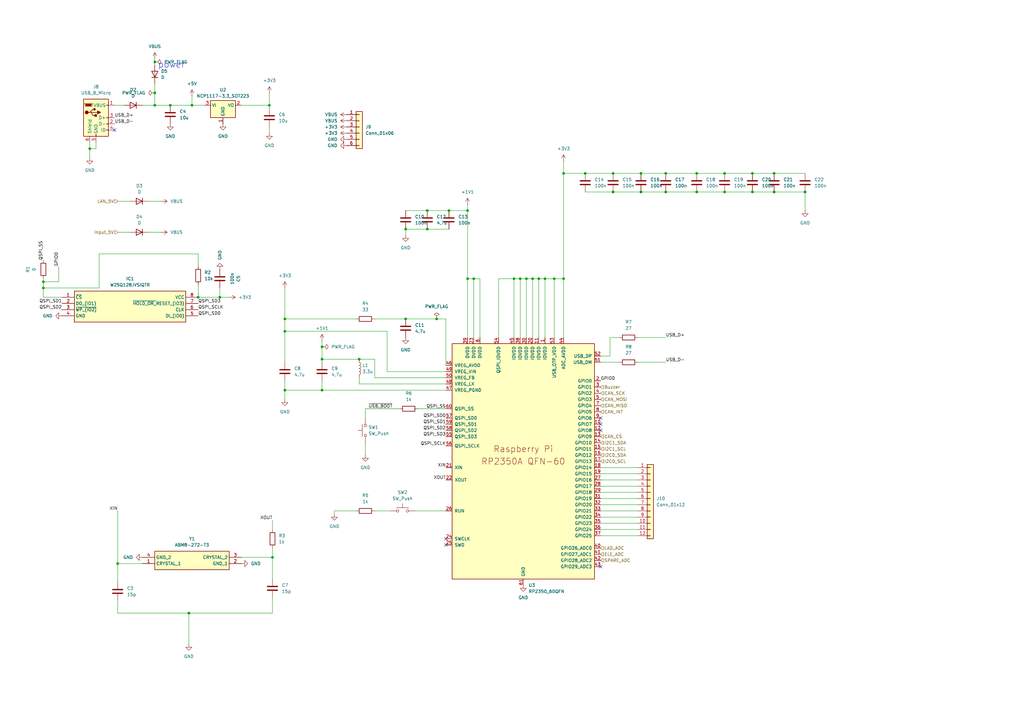
<source format=kicad_sch>
(kicad_sch (version 20250114) (generator "eeschema") (generator_version "9.0")
  (paper "A3")
  (lib_symbols
    (symbol "Connector:USB_B_Micro" (pin_names (offset 1.016))
      (property "Reference" "J" (at -5.08 11.43 0))
      (property "Value" "USB_B_Micro" (at -5.08 8.89 0))
      (symbol "USB_B_Micro_0_1"
        (rectangle (start -5.08 -7.62) (end 5.08 7.62) (stroke (width 0.254)) (fill (type background)))
        (polyline (pts (xy -4.699 5.842) (xy -4.699 5.588) (xy -4.445 4.826) (xy -4.445 4.572) (xy -1.651 4.572) (xy -1.651 4.826) (xy -1.397 5.588) (xy -1.397 5.842) (xy -4.699 5.842)))
        (polyline (pts (xy -4.318 5.588) (xy -1.778 5.588) (xy -2.032 4.826) (xy -4.064 4.826) (xy -4.318 5.588)) (fill (type outline)))
        (circle (center -3.81 2.159) (radius 0.635) (stroke (width 0.254)) (fill (type outline)))
        (polyline (pts (xy -3.175 2.159) (xy -2.54 2.159) (xy -1.27 3.429) (xy -0.635 3.429)) (stroke (width 0.254)))
        (polyline (pts (xy -2.54 2.159) (xy -1.905 2.159) (xy -1.27 0.889) (xy 0 0.889)) (stroke (width 0.254)))
        (polyline (pts (xy -1.905 2.159) (xy 0.635 2.159)) (stroke (width 0.254)))
        (circle (center -0.635 3.429) (radius 0.381) (stroke (width 0.254)) (fill (type outline)))
        (rectangle (start -0.127 -7.62) (end 0.127 -6.858))
        (rectangle (start 0.254 1.27) (end -0.508 0.508) (stroke (width 0.254)) (fill (type outline)))
        (polyline (pts (xy 0.635 2.794) (xy 0.635 1.524) (xy 1.905 2.159) (xy 0.635 2.794)) (stroke (width 0.254)) (fill (type outline)))
        (rectangle (start 5.08 4.953) (end 4.318 5.207))
        (rectangle (start 5.08 -0.127) (end 4.318 0.127))
        (rectangle (start 5.08 -2.667) (end 4.318 -2.413))
        (rectangle (start 5.08 -5.207) (end 4.318 -4.953))
      )
      (symbol "USB_B_Micro_1_1"
        (pin passive line (at -2.54 -10.16 90) (length 2.54) (name "Shield") (number "6"))
        (pin power_out line (at 0 -10.16 90) (length 2.54) (name "GND") (number "5"))
        (pin power_out line (at 7.62 5.08 180) (length 2.54) (name "VBUS") (number "1"))
        (pin bidirectional line (at 7.62 0 180) (length 2.54) (name "D+") (number "3"))
        (pin bidirectional line (at 7.62 -2.54 180) (length 2.54) (name "D-") (number "2"))
        (pin passive line (at 7.62 -5.08 180) (length 2.54) (name "ID") (number "4"))
      )
    )
    (symbol "Connector_Generic:Conn_01x06" (pin_names (offset 1.016) (hide yes))
      (property "Reference" "J" (at 0 7.62 0))
      (property "Value" "Conn_01x06" (at 0 -10.16 0))
      (symbol "Conn_01x06_1_1"
        (rectangle (start -1.27 6.35) (end 1.27 -8.89) (stroke (width 0.254)) (fill (type background)))
        (rectangle (start -1.27 5.207) (end 0 4.953) (stroke (width 0.1524)))
        (rectangle (start -1.27 2.667) (end 0 2.413) (stroke (width 0.1524)))
        (rectangle (start -1.27 0.127) (end 0 -0.127) (stroke (width 0.1524)))
        (rectangle (start -1.27 -2.413) (end 0 -2.667) (stroke (width 0.1524)))
        (rectangle (start -1.27 -4.953) (end 0 -5.207) (stroke (width 0.1524)))
        (rectangle (start -1.27 -7.493) (end 0 -7.747) (stroke (width 0.1524)))
        (pin passive line (at -5.08 5.08 0) (length 3.81) (name "Pin_1") (number "1"))
        (pin passive line (at -5.08 2.54 0) (length 3.81) (name "Pin_2") (number "2"))
        (pin passive line (at -5.08 0 0) (length 3.81) (name "Pin_3") (number "3"))
        (pin passive line (at -5.08 -2.54 0) (length 3.81) (name "Pin_4") (number "4"))
        (pin passive line (at -5.08 -5.08 0) (length 3.81) (name "Pin_5") (number "5"))
        (pin passive line (at -5.08 -7.62 0) (length 3.81) (name "Pin_6") (number "6"))
      )
    )
    (symbol "Connector_Generic:Conn_01x12" (pin_names (offset 1.016) (hide yes))
      (property "Reference" "J" (at 0 15.24 0))
      (property "Value" "Conn_01x12" (at 0 -17.78 0))
      (symbol "Conn_01x12_1_1"
        (rectangle (start -1.27 13.97) (end 1.27 -16.51) (stroke (width 0.254)) (fill (type background)))
        (rectangle (start -1.27 12.827) (end 0 12.573) (stroke (width 0.1524)))
        (rectangle (start -1.27 10.287) (end 0 10.033) (stroke (width 0.1524)))
        (rectangle (start -1.27 7.747) (end 0 7.493) (stroke (width 0.1524)))
        (rectangle (start -1.27 5.207) (end 0 4.953) (stroke (width 0.1524)))
        (rectangle (start -1.27 2.667) (end 0 2.413) (stroke (width 0.1524)))
        (rectangle (start -1.27 0.127) (end 0 -0.127) (stroke (width 0.1524)))
        (rectangle (start -1.27 -2.413) (end 0 -2.667) (stroke (width 0.1524)))
        (rectangle (start -1.27 -4.953) (end 0 -5.207) (stroke (width 0.1524)))
        (rectangle (start -1.27 -7.493) (end 0 -7.747) (stroke (width 0.1524)))
        (rectangle (start -1.27 -10.033) (end 0 -10.287) (stroke (width 0.1524)))
        (rectangle (start -1.27 -12.573) (end 0 -12.827) (stroke (width 0.1524)))
        (rectangle (start -1.27 -15.113) (end 0 -15.367) (stroke (width 0.1524)))
        (pin passive line (at -5.08 12.7 0) (length 3.81) (name "Pin_1") (number "1"))
        (pin passive line (at -5.08 10.16 0) (length 3.81) (name "Pin_2") (number "2"))
        (pin passive line (at -5.08 7.62 0) (length 3.81) (name "Pin_3") (number "3"))
        (pin passive line (at -5.08 5.08 0) (length 3.81) (name "Pin_4") (number "4"))
        (pin passive line (at -5.08 2.54 0) (length 3.81) (name "Pin_5") (number "5"))
        (pin passive line (at -5.08 0 0) (length 3.81) (name "Pin_6") (number "6"))
        (pin passive line (at -5.08 -2.54 0) (length 3.81) (name "Pin_7") (number "7"))
        (pin passive line (at -5.08 -5.08 0) (length 3.81) (name "Pin_8") (number "8"))
        (pin passive line (at -5.08 -7.62 0) (length 3.81) (name "Pin_9") (number "9"))
        (pin passive line (at -5.08 -10.16 0) (length 3.81) (name "Pin_10") (number "10"))
        (pin passive line (at -5.08 -12.7 0) (length 3.81) (name "Pin_11") (number "11"))
        (pin passive line (at -5.08 -15.24 0) (length 3.81) (name "Pin_12") (number "12"))
      )
    )
    (symbol "Device:C" (pin_numbers (hide yes)) (pin_names (offset 0.254))
      (property "Reference" "C" (at 0.635 2.54 0))
      (property "Value" "C" (at 0.635 -2.54 0))
      (symbol "C_0_1"
        (polyline (pts (xy -2.032 0.762) (xy 2.032 0.762)) (stroke (width 0.508)))
        (polyline (pts (xy -2.032 -0.762) (xy 2.032 -0.762)) (stroke (width 0.508)))
      )
      (symbol "C_1_1"
        (pin passive line (at 0 3.81 270) (length 2.794) (name "~") (number "1"))
        (pin passive line (at 0 -3.81 90) (length 2.794) (name "~") (number "2"))
      )
    )
    (symbol "Device:D" (pin_numbers (hide yes)) (pin_names (offset 1.016) (hide yes))
      (property "Reference" "D" (at 0 2.54 0))
      (property "Value" "D" (at 0 -2.54 0))
      (symbol "D_0_1"
        (polyline (pts (xy -1.27 1.27) (xy -1.27 -1.27)) (stroke (width 0.254)))
        (polyline (pts (xy 1.27 1.27) (xy 1.27 -1.27) (xy -1.27 0) (xy 1.27 1.27)) (stroke (width 0.254)))
        (polyline (pts (xy 1.27 0) (xy -1.27 0)))
      )
      (symbol "D_1_1"
        (pin passive line (at -3.81 0 0) (length 2.54) (name "K") (number "1"))
        (pin passive line (at 3.81 0 180) (length 2.54) (name "A") (number "2"))
      )
    )
    (symbol "Device:L" (pin_numbers (hide yes)) (pin_names (offset 1.016) (hide yes))
      (property "Reference" "L" (at -1.27 0 90))
      (property "Value" "L" (at 1.905 0 90))
      (symbol "L_0_1"
        (arc (start 0 2.54) (mid 0.6323 1.905) (end 0 1.27))
        (arc (start 0 1.27) (mid 0.6323 0.635) (end 0 0))
        (arc (start 0 0) (mid 0.6323 -0.635) (end 0 -1.27))
        (arc (start 0 -1.27) (mid 0.6323 -1.905) (end 0 -2.54))
      )
      (symbol "L_1_1"
        (pin passive line (at 0 3.81 270) (length 1.27) (name "1") (number "1"))
        (pin passive line (at 0 -3.81 90) (length 1.27) (name "2") (number "2"))
      )
    )
    (symbol "Device:R" (pin_numbers (hide yes)) (pin_names (offset 0))
      (property "Reference" "R" (at 2.032 0 90))
      (property "Value" "R" (at 0 0 90))
      (symbol "R_0_1"
        (rectangle (start -1.016 -2.54) (end 1.016 2.54) (stroke (width 0.254)))
      )
      (symbol "R_1_1"
        (pin passive line (at 0 3.81 270) (length 1.27) (name "~") (number "1"))
        (pin passive line (at 0 -3.81 90) (length 1.27) (name "~") (number "2"))
      )
    )
    (symbol "MCU_RaspberryPi_RP2350:RP2350_60QFN" (pin_names (offset 1.016))
      (property "Reference" "U" (at -29.21 49.53 0))
      (property "Value" "RP2350_60QFN" (at 24.13 -49.53 0))
      (symbol "RP2350_60QFN_0_0"
        (text "Raspberry Pi" (at 0 5.08 0) (effects (font (size 2.54 2.54))))
      )
      (symbol "RP2350_60QFN_0_1"
        (rectangle (start 29.21 48.26) (end -29.21 -48.26) (stroke (width 0.254)) (fill (type background)))
      )
      (symbol "RP2350_60QFN_1_0"
        (text "RP2350A QFN-60" (at 0 0 0) (effects (font (size 2.54 2.54))))
      )
      (symbol "RP2350_60QFN_1_1"
        (pin power_in line (at -31.75 39.37 0) (length 2.54) (name "VREG_AVDD") (number "46"))
        (pin power_in line (at -31.75 36.83 0) (length 2.54) (name "VREG_VIN") (number "49"))
        (pin input line (at -31.75 34.29 0) (length 2.54) (name "VREG_FB") (number "50"))
        (pin power_out line (at -31.75 31.75 0) (length 2.54) (name "VREG_LX") (number "48"))
        (pin power_in line (at -31.75 29.21 0) (length 2.54) (name "VREG_PGND") (number "47"))
        (pin bidirectional line (at -31.75 21.59 0) (length 2.54) (name "QSPI_SS") (number "60"))
        (pin bidirectional line (at -31.75 17.78 0) (length 2.54) (name "QSPI_SD0") (number "57"))
        (pin bidirectional line (at -31.75 15.24 0) (length 2.54) (name "QSPI_SD1") (number "59"))
        (pin bidirectional line (at -31.75 12.7 0) (length 2.54) (name "QSPI_SD2") (number "58"))
        (pin bidirectional line (at -31.75 10.16 0) (length 2.54) (name "QSPI_SD3") (number "55"))
        (pin output line (at -31.75 6.35 0) (length 2.54) (name "QSPI_SCLK") (number "56"))
        (pin input line (at -31.75 -2.54 0) (length 2.54) (name "XIN") (number "21"))
        (pin passive line (at -31.75 -7.62 0) (length 2.54) (name "XOUT") (number "22"))
        (pin input line (at -31.75 -20.32 0) (length 2.54) (name "RUN") (number "26"))
        (pin output line (at -31.75 -31.75 0) (length 2.54) (name "SWCLK") (number "24"))
        (pin bidirectional line (at -31.75 -34.29 0) (length 2.54) (name "SWD") (number "25"))
        (pin power_in line (at -22.86 50.8 270) (length 2.54) (name "DVDD") (number "39"))
        (pin power_in line (at -20.32 50.8 270) (length 2.54) (name "DVDD") (number "23"))
        (pin power_in line (at -17.78 50.8 270) (length 2.54) (name "DVDD") (number "6"))
        (pin power_in line (at -10.16 50.8 270) (length 2.54) (name "QSPI_IOVDD") (number "54"))
        (pin power_in line (at -3.81 50.8 270) (length 2.54) (name "IOVDD") (number "45"))
        (pin power_in line (at -1.27 50.8 270) (length 2.54) (name "IOVDD") (number "38"))
        (pin power_in line (at 0 -50.8 90) (length 2.54) (name "GND") (number "61"))
        (pin power_in line (at 1.27 50.8 270) (length 2.54) (name "IOVDD") (number "30"))
        (pin power_in line (at 3.81 50.8 270) (length 2.54) (name "IOVDD") (number "20"))
        (pin power_in line (at 6.35 50.8 270) (length 2.54) (name "IOVDD") (number "11"))
        (pin power_in line (at 8.89 50.8 270) (length 2.54) (name "IOVDD") (number "1"))
        (pin power_in line (at 12.7 50.8 270) (length 2.54) (name "USB_OTP_VDD") (number "53"))
        (pin power_in line (at 16.51 50.8 270) (length 2.54) (name "ADC_AVDD") (number "44"))
        (pin bidirectional line (at 31.75 43.18 180) (length 2.54) (name "USB_DP") (number "52"))
        (pin bidirectional line (at 31.75 40.64 180) (length 2.54) (name "USB_DM") (number "51"))
        (pin bidirectional line (at 31.75 33.02 180) (length 2.54) (name "GPIO0") (number "2"))
        (pin bidirectional line (at 31.75 30.48 180) (length 2.54) (name "GPIO1") (number "3"))
        (pin bidirectional line (at 31.75 27.94 180) (length 2.54) (name "GPIO2") (number "4"))
        (pin bidirectional line (at 31.75 25.4 180) (length 2.54) (name "GPIO3") (number "5"))
        (pin bidirectional line (at 31.75 22.86 180) (length 2.54) (name "GPIO4") (number "7"))
        (pin bidirectional line (at 31.75 20.32 180) (length 2.54) (name "GPIO5") (number "8"))
        (pin bidirectional line (at 31.75 17.78 180) (length 2.54) (name "GPIO6") (number "9"))
        (pin bidirectional line (at 31.75 15.24 180) (length 2.54) (name "GPIO7") (number "10"))
        (pin bidirectional line (at 31.75 12.7 180) (length 2.54) (name "GPIO8") (number "12"))
        (pin bidirectional line (at 31.75 10.16 180) (length 2.54) (name "GPIO9") (number "13"))
        (pin bidirectional line (at 31.75 7.62 180) (length 2.54) (name "GPIO10") (number "14"))
        (pin bidirectional line (at 31.75 5.08 180) (length 2.54) (name "GPIO11") (number "15"))
        (pin bidirectional line (at 31.75 2.54 180) (length 2.54) (name "GPIO12") (number "16"))
        (pin bidirectional line (at 31.75 0 180) (length 2.54) (name "GPIO13") (number "17"))
        (pin bidirectional line (at 31.75 -2.54 180) (length 2.54) (name "GPIO14") (number "18"))
        (pin bidirectional line (at 31.75 -5.08 180) (length 2.54) (name "GPIO15") (number "19"))
        (pin bidirectional line (at 31.75 -7.62 180) (length 2.54) (name "GPIO16") (number "27"))
        (pin bidirectional line (at 31.75 -10.16 180) (length 2.54) (name "GPIO17") (number "28"))
        (pin bidirectional line (at 31.75 -12.7 180) (length 2.54) (name "GPIO18") (number "29"))
        (pin bidirectional line (at 31.75 -15.24 180) (length 2.54) (name "GPIO19") (number "31"))
        (pin bidirectional line (at 31.75 -17.78 180) (length 2.54) (name "GPIO20") (number "32"))
        (pin bidirectional line (at 31.75 -20.32 180) (length 2.54) (name "GPIO21") (number "33"))
        (pin bidirectional line (at 31.75 -22.86 180) (length 2.54) (name "GPIO22") (number "34"))
        (pin bidirectional line (at 31.75 -25.4 180) (length 2.54) (name "GPIO23") (number "35"))
        (pin bidirectional line (at 31.75 -27.94 180) (length 2.54) (name "GPIO24") (number "36"))
        (pin bidirectional line (at 31.75 -30.48 180) (length 2.54) (name "GPIO25") (number "37"))
        (pin bidirectional line (at 31.75 -35.56 180) (length 2.54) (name "GPIO26_ADC0") (number "40"))
        (pin bidirectional line (at 31.75 -38.1 180) (length 2.54) (name "GPIO27_ADC1") (number "41"))
        (pin bidirectional line (at 31.75 -40.64 180) (length 2.54) (name "GPIO28_ADC2") (number "42"))
        (pin bidirectional line (at 31.75 -43.18 180) (length 2.54) (name "GPIO29_ADC3") (number "43"))
      )
    )
    (symbol "Regulator_Linear:NCP1117-3.3_SOT223"
      (property "Reference" "U" (at -3.81 3.175 0))
      (property "Value" "NCP1117-3.3_SOT223" (at 0 3.175 0))
      (symbol "NCP1117-3.3_SOT223_0_1"
        (rectangle (start -5.08 -5.08) (end 5.08 1.905) (stroke (width 0.254)) (fill (type background)))
      )
      (symbol "NCP1117-3.3_SOT223_1_1"
        (pin power_in line (at -7.62 0 0) (length 2.54) (name "VI") (number "3"))
        (pin power_in line (at 0 -7.62 90) (length 2.54) (name "GND") (number "1"))
        (pin power_out line (at 7.62 0 180) (length 2.54) (name "VO") (number "2"))
      )
    )
    (symbol "SamacSys_Parts:ABM8-272-T3"
      (property "Reference" "Y" (at 36.83 7.62 0))
      (property "Value" "ABM8-272-T3" (at 36.83 5.08 0))
      (symbol "ABM8-272-T3_1_1"
        (rectangle (start 5.08 2.54) (end 35.56 -5.08) (stroke (width 0.254)) (fill (type background)))
        (pin passive line (at 0 0 0) (length 5.08) (name "GND_2") (number "4"))
        (pin passive line (at 0 -2.54 0) (length 5.08) (name "CRYSTAL_1") (number "1"))
        (pin passive line (at 40.64 0 180) (length 5.08) (name "CRYSTAL_2") (number "3"))
        (pin passive line (at 40.64 -2.54 180) (length 5.08) (name "GND_1") (number "2"))
      )
    )
    (symbol "Switch:SW_Push" (pin_numbers (hide yes)) (pin_names (offset 1.016) (hide yes))
      (property "Reference" "SW" (at 1.27 2.54 0))
      (property "Value" "SW_Push" (at 0 -1.524 0))
      (symbol "SW_Push_0_1"
        (circle (center -2.032 0) (radius 0.508))
        (polyline (pts (xy 0 1.27) (xy 0 3.048)))
        (circle (center 2.032 0) (radius 0.508))
        (polyline (pts (xy 2.54 1.27) (xy -2.54 1.27)))
        (pin passive line (at -5.08 0 0) (length 2.54) (name "1") (number "1"))
        (pin passive line (at 5.08 0 180) (length 2.54) (name "2") (number "2"))
      )
    )
    (symbol "W25Q128JVSIQTR:W25Q128JVSIQTR"
      (property "Reference" "IC" (at 52.07 7.62 0))
      (property "Value" "W25Q128JVSIQTR" (at 52.07 5.08 0))
      (symbol "W25Q128JVSIQTR_1_1"
        (rectangle (start 5.08 2.54) (end 50.8 -10.16) (stroke (width 0.254)) (fill (type background)))
        (pin passive line (at 0 0 0) (length 5.08) (name "~{CS}") (number "1"))
        (pin passive line (at 0 -2.54 0) (length 5.08) (name "DO_(IO1)") (number "2"))
        (pin passive line (at 0 -5.08 0) (length 5.08) (name "~{WP_(IO2)}") (number "3"))
        (pin passive line (at 0 -7.62 0) (length 5.08) (name "GND") (number "4"))
        (pin passive line (at 55.88 0 180) (length 5.08) (name "VCC") (number "8"))
        (pin passive line (at 55.88 -2.54 180) (length 5.08) (name "~{HOLD_OR_}RESET_(IO3)") (number "7"))
        (pin passive line (at 55.88 -5.08 180) (length 5.08) (name "CLK") (number "6"))
        (pin passive line (at 55.88 -7.62 180) (length 5.08) (name "DI_(IO0)") (number "5"))
      )
    )
    (symbol "power:+1V1" (power) (pin_numbers (hide yes)) (pin_names (offset 0) (hide yes))
      (property "Value" "+1V1" (at 0 3.556 0))
      (symbol "+1V1_0_1"
        (polyline (pts (xy -0.762 1.27) (xy 0 2.54)))
        (polyline (pts (xy 0 2.54) (xy 0.762 1.27)))
        (polyline (pts (xy 0 0) (xy 0 2.54)))
      )
      (symbol "+1V1_1_1"
        (pin power_in line (at 0 0 90) (length 0) (name "~") (number "1"))
      )
    )
    (symbol "power:+3V3" (power) (pin_numbers (hide yes)) (pin_names (offset 0) (hide yes))
      (property "Value" "+3V3" (at 0 3.556 0))
      (symbol "+3V3_0_1"
        (polyline (pts (xy -0.762 1.27) (xy 0 2.54)))
        (polyline (pts (xy 0 2.54) (xy 0.762 1.27)))
        (polyline (pts (xy 0 0) (xy 0 2.54)))
      )
      (symbol "+3V3_1_1"
        (pin power_in line (at 0 0 90) (length 0) (name "~") (number "1"))
      )
    )
    (symbol "power:+5V" (power) (pin_numbers (hide yes)) (pin_names (offset 0) (hide yes))
      (property "Value" "+5V" (at 0 3.556 0))
      (symbol "+5V_0_1"
        (polyline (pts (xy -0.762 1.27) (xy 0 2.54)))
        (polyline (pts (xy 0 2.54) (xy 0.762 1.27)))
        (polyline (pts (xy 0 0) (xy 0 2.54)))
      )
      (symbol "+5V_1_1"
        (pin power_in line (at 0 0 90) (length 0) (name "~") (number "1"))
      )
    )
    (symbol "power:GND" (power) (pin_numbers (hide yes)) (pin_names (offset 0) (hide yes))
      (property "Value" "GND" (at 0 -3.81 0))
      (symbol "GND_0_1"
        (polyline (pts (xy 0 0) (xy 0 -1.27) (xy 1.27 -1.27) (xy 0 -2.54) (xy -1.27 -1.27) (xy 0 -1.27)))
      )
      (symbol "GND_1_1"
        (pin power_in line (at 0 0 270) (length 0) (name "~") (number "1"))
      )
    )
    (symbol "power:PWR_FLAG" (power) (pin_numbers (hide yes)) (pin_names (offset 0) (hide yes))
      (property "Value" "PWR_FLAG" (at 0 3.81 0))
      (symbol "PWR_FLAG_0_0"
        (pin power_out line (at 0 0 90) (length 0) (name "~") (number "1"))
      )
      (symbol "PWR_FLAG_0_1"
        (polyline (pts (xy 0 0) (xy 0 1.27) (xy -1.016 1.905) (xy 0 2.54) (xy 1.016 1.905) (xy 0 1.27)))
      )
    )
    (symbol "power:VBUS" (power) (pin_numbers (hide yes)) (pin_names (offset 0) (hide yes))
      (property "Value" "VBUS" (at 0 3.556 0))
      (symbol "VBUS_0_1"
        (polyline (pts (xy -0.762 1.27) (xy 0 2.54)))
        (polyline (pts (xy 0 2.54) (xy 0.762 1.27)))
        (polyline (pts (xy 0 0) (xy 0 2.54)))
      )
      (symbol "VBUS_1_1"
        (pin power_in line (at 0 0 90) (length 0) (name "~") (number "1"))
      )
    )
  )
  (text "power" (at 70.358 26.67 0) (effects (font (size 2.54 2.54))))
  (junction (at 77.47 251.46))
  (junction (at 81.28 121.92))
  (junction (at 36.83 60.96))
  (junction (at 317.5 71.12))
  (junction (at 17.78 115.57))
  (junction (at 132.08 160.02))
  (junction (at 132.08 142.24))
  (junction (at 17.78 118.11))
  (junction (at 175.26 93.98))
  (junction (at 227.33 114.3))
  (junction (at 231.14 71.12))
  (junction (at 116.84 135.89))
  (junction (at 297.18 78.74))
  (junction (at 69.85 43.18))
  (junction (at 78.74 43.18))
  (junction (at 191.77 114.3))
  (junction (at 330.2 78.74))
  (junction (at 110.49 43.18))
  (junction (at 90.17 121.92))
  (junction (at 166.37 93.98))
  (junction (at 116.84 160.02))
  (junction (at 240.03 71.12))
  (junction (at 184.15 86.36))
  (junction (at 262.89 71.12))
  (junction (at 231.14 114.3))
  (junction (at 194.31 114.3))
  (junction (at 63.5 38.1))
  (junction (at 213.36 114.3))
  (junction (at 175.26 86.36))
  (junction (at 48.26 231.14))
  (junction (at 251.46 78.74))
  (junction (at 285.75 71.12))
  (junction (at 273.05 78.74))
  (junction (at 166.37 130.81))
  (junction (at 111.76 228.6))
  (junction (at 116.84 130.81))
  (junction (at 317.5 78.74))
  (junction (at 308.61 71.12))
  (junction (at 251.46 71.12))
  (junction (at 223.52 114.3))
  (junction (at 132.08 147.32))
  (junction (at 210.82 114.3))
  (junction (at 191.77 86.36))
  (junction (at 262.89 78.74))
  (junction (at 179.07 130.81))
  (junction (at 285.75 78.74))
  (junction (at 63.5 25.4))
  (junction (at 215.9 114.3))
  (junction (at 273.05 71.12))
  (junction (at 218.44 114.3))
  (junction (at 147.32 147.32))
  (junction (at 297.18 71.12))
  (junction (at 220.98 114.3))
  (junction (at 63.5 43.18))
  (junction (at 308.61 78.74))
  (no_connect (at 246.38 173.99))
  (no_connect (at 182.88 223.52))
  (no_connect (at 246.38 176.53))
  (no_connect (at 246.38 171.45))
  (no_connect (at 182.88 220.98))
  (no_connect (at 46.99 53.34))
  (no_connect (at 246.38 232.41))
  (wire (pts (xy 149.86 181.61) (xy 149.86 186.69)))
  (wire (pts (xy 90.17 118.11) (xy 90.17 121.92)))
  (wire (pts (xy 250.19 138.43) (xy 250.19 146.05)))
  (wire (pts (xy 246.38 204.47) (xy 261.62 204.47)))
  (wire (pts (xy 182.88 152.4) (xy 158.75 152.4)))
  (wire (pts (xy 147.32 147.32) (xy 153.67 147.32)))
  (wire (pts (xy 110.49 43.18) (xy 110.49 44.45)))
  (wire (pts (xy 246.38 194.31) (xy 261.62 194.31)))
  (wire (pts (xy 36.83 58.42) (xy 36.83 60.96)))
  (wire (pts (xy 246.38 217.17) (xy 261.62 217.17)))
  (wire (pts (xy 17.78 115.57) (xy 17.78 114.3)))
  (wire (pts (xy 116.84 163.83) (xy 116.84 160.02)))
  (wire (pts (xy 153.67 130.81) (xy 166.37 130.81)))
  (wire (pts (xy 111.76 245.11) (xy 111.76 251.46)))
  (wire (pts (xy 246.38 148.59) (xy 254 148.59)))
  (wire (pts (xy 48.26 82.55) (xy 53.34 82.55)))
  (wire (pts (xy 246.38 212.09) (xy 261.62 212.09)))
  (wire (pts (xy 240.03 78.74) (xy 251.46 78.74)))
  (wire (pts (xy 246.38 146.05) (xy 250.19 146.05)))
  (wire (pts (xy 60.96 95.25) (xy 66.04 95.25)))
  (wire (pts (xy 285.75 78.74) (xy 297.18 78.74)))
  (wire (pts (xy 132.08 147.32) (xy 132.08 148.59)))
  (wire (pts (xy 297.18 78.74) (xy 308.61 78.74)))
  (wire (pts (xy 308.61 71.12) (xy 317.5 71.12)))
  (wire (pts (xy 116.84 160.02) (xy 116.84 156.21)))
  (wire (pts (xy 179.07 130.81) (xy 166.37 130.81)))
  (wire (pts (xy 132.08 147.32) (xy 147.32 147.32)))
  (wire (pts (xy 48.26 209.55) (xy 48.26 231.14)))
  (wire (pts (xy 194.31 138.43) (xy 194.31 114.3)))
  (wire (pts (xy 182.88 157.48) (xy 147.32 157.48)))
  (wire (pts (xy 285.75 71.12) (xy 297.18 71.12)))
  (wire (pts (xy 149.86 167.64) (xy 149.86 171.45)))
  (wire (pts (xy 24.13 115.57) (xy 24.13 109.22)))
  (wire (pts (xy 17.78 118.11) (xy 17.78 121.92)))
  (wire (pts (xy 81.28 104.14) (xy 81.28 109.22)))
  (wire (pts (xy 17.78 115.57) (xy 17.78 118.11)))
  (wire (pts (xy 262.89 71.12) (xy 273.05 71.12)))
  (wire (pts (xy 63.5 34.29) (xy 63.5 38.1)))
  (wire (pts (xy 63.5 38.1) (xy 63.5 43.18)))
  (wire (pts (xy 246.38 201.93) (xy 261.62 201.93)))
  (wire (pts (xy 69.85 43.18) (xy 78.74 43.18)))
  (wire (pts (xy 132.08 156.21) (xy 132.08 160.02)))
  (wire (pts (xy 220.98 114.3) (xy 220.98 138.43)))
  (wire (pts (xy 191.77 114.3) (xy 191.77 138.43)))
  (wire (pts (xy 196.85 114.3) (xy 194.31 114.3)))
  (wire (pts (xy 63.5 25.4) (xy 63.5 26.67)))
  (wire (pts (xy 254 138.43) (xy 250.19 138.43)))
  (wire (pts (xy 17.78 115.57) (xy 24.13 115.57)))
  (wire (pts (xy 153.67 209.55) (xy 160.02 209.55)))
  (wire (pts (xy 191.77 83.82) (xy 191.77 86.36)))
  (wire (pts (xy 63.5 24.13) (xy 63.5 25.4)))
  (wire (pts (xy 191.77 86.36) (xy 191.77 114.3)))
  (wire (pts (xy 60.96 82.55) (xy 66.04 82.55)))
  (wire (pts (xy 147.32 157.48) (xy 147.32 154.94)))
  (wire (pts (xy 223.52 114.3) (xy 223.52 138.43)))
  (wire (pts (xy 273.05 78.74) (xy 285.75 78.74)))
  (wire (pts (xy 218.44 114.3) (xy 218.44 138.43)))
  (wire (pts (xy 132.08 142.24) (xy 132.08 147.32)))
  (wire (pts (xy 182.88 130.81) (xy 179.07 130.81)))
  (wire (pts (xy 166.37 93.98) (xy 175.26 93.98)))
  (wire (pts (xy 184.15 86.36) (xy 191.77 86.36)))
  (wire (pts (xy 194.31 114.3) (xy 191.77 114.3)))
  (wire (pts (xy 111.76 224.79) (xy 111.76 228.6)))
  (wire (pts (xy 246.38 209.55) (xy 261.62 209.55)))
  (wire (pts (xy 175.26 86.36) (xy 184.15 86.36)))
  (wire (pts (xy 213.36 114.3) (xy 213.36 138.43)))
  (wire (pts (xy 63.5 43.18) (xy 69.85 43.18)))
  (wire (pts (xy 231.14 114.3) (xy 231.14 138.43)))
  (wire (pts (xy 218.44 114.3) (xy 220.98 114.3)))
  (wire (pts (xy 17.78 118.11) (xy 40.64 118.11)))
  (wire (pts (xy 231.14 71.12) (xy 240.03 71.12)))
  (wire (pts (xy 215.9 114.3) (xy 218.44 114.3)))
  (wire (pts (xy 48.26 231.14) (xy 58.42 231.14)))
  (wire (pts (xy 223.52 114.3) (xy 227.33 114.3)))
  (wire (pts (xy 231.14 66.04) (xy 231.14 71.12)))
  (wire (pts (xy 317.5 71.12) (xy 330.2 71.12)))
  (wire (pts (xy 132.08 160.02) (xy 182.88 160.02)))
  (wire (pts (xy 246.38 191.77) (xy 261.62 191.77)))
  (wire (pts (xy 81.28 116.84) (xy 81.28 121.92)))
  (wire (pts (xy 163.83 167.64) (xy 149.86 167.64)))
  (wire (pts (xy 48.26 231.14) (xy 48.26 238.76)))
  (wire (pts (xy 240.03 71.12) (xy 251.46 71.12)))
  (wire (pts (xy 39.37 60.96) (xy 36.83 60.96)))
  (wire (pts (xy 116.84 130.81) (xy 116.84 135.89)))
  (wire (pts (xy 246.38 196.85) (xy 261.62 196.85)))
  (wire (pts (xy 251.46 71.12) (xy 262.89 71.12)))
  (wire (pts (xy 251.46 78.74) (xy 262.89 78.74)))
  (wire (pts (xy 110.49 38.1) (xy 110.49 43.18)))
  (wire (pts (xy 227.33 114.3) (xy 231.14 114.3)))
  (wire (pts (xy 261.62 148.59) (xy 273.05 148.59)))
  (wire (pts (xy 77.47 251.46) (xy 77.47 264.16)))
  (wire (pts (xy 246.38 207.01) (xy 261.62 207.01)))
  (wire (pts (xy 48.26 246.38) (xy 48.26 251.46)))
  (wire (pts (xy 46.99 43.18) (xy 50.8 43.18)))
  (wire (pts (xy 78.74 43.18) (xy 83.82 43.18)))
  (wire (pts (xy 262.89 78.74) (xy 273.05 78.74)))
  (wire (pts (xy 273.05 71.12) (xy 285.75 71.12)))
  (wire (pts (xy 215.9 114.3) (xy 215.9 138.43)))
  (wire (pts (xy 58.42 43.18) (xy 63.5 43.18)))
  (wire (pts (xy 246.38 199.39) (xy 261.62 199.39)))
  (wire (pts (xy 231.14 71.12) (xy 231.14 114.3)))
  (wire (pts (xy 166.37 86.36) (xy 175.26 86.36)))
  (wire (pts (xy 153.67 154.94) (xy 153.67 147.32)))
  (wire (pts (xy 110.49 54.61) (xy 110.49 52.07)))
  (wire (pts (xy 158.75 135.89) (xy 116.84 135.89)))
  (wire (pts (xy 210.82 114.3) (xy 210.82 138.43)))
  (wire (pts (xy 246.38 214.63) (xy 261.62 214.63)))
  (wire (pts (xy 146.05 209.55) (xy 137.16 209.55)))
  (wire (pts (xy 171.45 167.64) (xy 182.88 167.64)))
  (wire (pts (xy 317.5 78.74) (xy 330.2 78.74)))
  (wire (pts (xy 17.78 121.92) (xy 25.4 121.92)))
  (wire (pts (xy 81.28 121.92) (xy 90.17 121.92)))
  (wire (pts (xy 36.83 60.96) (xy 36.83 64.77)))
  (wire (pts (xy 132.08 139.7) (xy 132.08 142.24)))
  (wire (pts (xy 308.61 78.74) (xy 317.5 78.74)))
  (wire (pts (xy 196.85 138.43) (xy 196.85 114.3)))
  (wire (pts (xy 220.98 114.3) (xy 223.52 114.3)))
  (wire (pts (xy 40.64 118.11) (xy 40.64 104.14)))
  (wire (pts (xy 182.88 209.55) (xy 170.18 209.55)))
  (wire (pts (xy 261.62 138.43) (xy 273.05 138.43)))
  (wire (pts (xy 99.06 228.6) (xy 111.76 228.6)))
  (wire (pts (xy 40.64 104.14) (xy 81.28 104.14)))
  (wire (pts (xy 330.2 78.74) (xy 330.2 86.36)))
  (wire (pts (xy 116.84 130.81) (xy 146.05 130.81)))
  (wire (pts (xy 182.88 154.94) (xy 153.67 154.94)))
  (wire (pts (xy 99.06 43.18) (xy 110.49 43.18)))
  (wire (pts (xy 297.18 71.12) (xy 308.61 71.12)))
  (wire (pts (xy 166.37 93.98) (xy 166.37 96.52)))
  (wire (pts (xy 78.74 39.37) (xy 78.74 43.18)))
  (wire (pts (xy 204.47 138.43) (xy 204.47 114.3)))
  (wire (pts (xy 116.84 118.11) (xy 116.84 130.81)))
  (wire (pts (xy 246.38 219.71) (xy 261.62 219.71)))
  (wire (pts (xy 116.84 160.02) (xy 132.08 160.02)))
  (wire (pts (xy 182.88 149.86) (xy 182.88 130.81)))
  (wire (pts (xy 158.75 152.4) (xy 158.75 135.89)))
  (wire (pts (xy 175.26 93.98) (xy 184.15 93.98)))
  (wire (pts (xy 116.84 135.89) (xy 116.84 148.59)))
  (wire (pts (xy 48.26 95.25) (xy 53.34 95.25)))
  (wire (pts (xy 111.76 213.36) (xy 111.76 217.17)))
  (wire (pts (xy 77.47 251.46) (xy 111.76 251.46)))
  (wire (pts (xy 204.47 114.3) (xy 210.82 114.3)))
  (wire (pts (xy 227.33 114.3) (xy 227.33 138.43)))
  (wire (pts (xy 90.17 121.92) (xy 93.98 121.92)))
  (wire (pts (xy 137.16 209.55) (xy 137.16 210.82)))
  (wire (pts (xy 111.76 228.6) (xy 111.76 237.49)))
  (wire (pts (xy 48.26 251.46) (xy 77.47 251.46)))
  (wire (pts (xy 39.37 58.42) (xy 39.37 60.96)))
  (wire (pts (xy 210.82 114.3) (xy 213.36 114.3)))
  (wire (pts (xy 213.36 114.3) (xy 215.9 114.3)))
  (label "USB_D+" (at 46.99 48.26 0))
  (label "QSPI_SD1" (at 25.4 124.46 180))
  (label "QSPI_SD0" (at 182.88 171.45 180))
  (label "USB_D-" (at 46.99 50.8 0))
  (label "QSPI_SD2" (at 182.88 176.53 180))
  (label "USB_D+" (at 273.05 138.43 0))
  (label "USB_D-" (at 273.05 148.59 0))
  (label "QSPI_SS" (at 17.78 106.68 90))
  (label "QSPI_SD2" (at 25.4 127 180))
  (label "XOUT" (at 182.88 196.85 180))
  (label "GPIO0" (at 246.38 156.21 0))
  (label "QSPI_SD1" (at 182.88 173.99 180))
  (label "QSPI_SD3" (at 182.88 179.07 180))
  (label "QSPI_SD3" (at 81.28 124.46 0))
  (label "QSPI_SCLK" (at 81.28 127 0))
  (label "QSPI_SD0" (at 81.28 129.54 0))
  (label "~{USB_BOOT}" (at 151.13 167.64 0))
  (label "XOUT" (at 111.76 213.36 180))
  (label "GPIO0" (at 24.13 109.22 90))
  (label "QSPI_SCLK" (at 182.88 182.88 180))
  (label "XIN" (at 48.26 209.55 180))
  (label "QSPI_SS" (at 182.88 167.64 180))
  (label "XIN" (at 182.88 191.77 180))
  (hierarchical_label "I2C1_SDA" (shape input) (at 246.38 181.61 0))
  (hierarchical_label "CAN_SCK" (shape input) (at 246.38 161.29 0))
  (hierarchical_label "CAN_INT" (shape input) (at 246.38 168.91 0))
  (hierarchical_label "Buzzer" (shape input) (at 246.38 158.75 0))
  (hierarchical_label "CAN_MISO" (shape input) (at 246.38 166.37 0))
  (hierarchical_label "I2C0_SDA" (shape input) (at 246.38 186.69 0))
  (hierarchical_label "I2C1_SCL" (shape input) (at 246.38 184.15 0))
  (hierarchical_label "Input_5V" (shape input) (at 48.26 95.25 180))
  (hierarchical_label "LAD_ADC" (shape input) (at 246.38 224.79 0))
  (hierarchical_label "CAN_CS" (shape input) (at 246.38 179.07 0))
  (hierarchical_label "CAN_MOSI" (shape input) (at 246.38 163.83 0))
  (hierarchical_label "I2C0_SCL" (shape input) (at 246.38 189.23 0))
  (hierarchical_label "ELE_ADC" (shape input) (at 246.38 227.33 0))
  (hierarchical_label "SPARE_ADC" (shape input) (at 246.38 229.87 0))
  (hierarchical_label "LAN_5V" (shape input) (at 48.26 82.55 180))
  (symbol (lib_id "Device:R") (at 167.64 167.64 270) (unit 1)
    (property "Reference" "R6" (at 167.64 161.29 90))
    (property "Value" "1k" (at 167.64 163.83 90))
    (property "Footprint" "Resistor_SMD:R_0402_1005Metric" (effects (hide yes)))
    (property "Description" "Resistor" (effects (hide yes)))
  )
  (symbol (lib_id "power:GND") (at 25.4 129.54 270) (unit 1)
    (property "Reference" "#PWR020" (effects (hide yes)))
    (property "Value" "GND" (at 21.59 129.5399 90) (effects (justify right)))
    (property "Description" "Power symbol creates a global label with name \"GND\" , ground" (effects (hide yes)))
  )
  (symbol (lib_id "power:PWR_FLAG") (at 63.5 25.4 270) (unit 1)
    (property "Reference" "#FLG02" (effects (hide yes)))
    (property "Value" "PWR_FLAG" (at 67.31 25.3999 90) (effects (justify left)))
    (property "Description" "Special symbol for telling ERC where power comes from" (effects (hide yes)))
  )
  (symbol (lib_id "Device:C") (at 110.49 48.26 0) (unit 1)
    (property "Reference" "C6" (at 114.3 46.9899 0) (effects (justify left)))
    (property "Value" "10u" (at 114.3 49.5299 0) (effects (justify left)))
    (property "Footprint" "Capacitor_SMD:C_0805_2012Metric" (effects (hide yes)))
    (property "Description" "Unpolarized capacitor" (effects (hide yes)))
  )
  (symbol (lib_id "MCU_RaspberryPi_RP2350:RP2350_60QFN") (at 214.63 189.23 0) (unit 1)
    (property "Reference" "U3" (at 216.7733 240.03 0) (effects (justify left)))
    (property "Value" "RP2350_60QFN" (at 216.7733 242.57 0) (effects (justify left)))
    (property "Footprint" "RP2350_60QFN_minimal:RP2350-QFN-60-1EP_7x7_P0.4mm_EP3.4x3.4mm_ThermalVias" (effects (hide yes)))
  )
  (symbol (lib_id "power:+3V3") (at 142.24 54.61 90) (unit 1)
    (property "Reference" "#PWR042" (effects (hide yes)))
    (property "Value" "+3V3" (at 138.43 54.6099 90) (effects (justify left)))
    (property "Description" "Power symbol creates a global label with name \"+3V3\"" (effects (hide yes)))
  )
  (symbol (lib_id "power:+3V3") (at 93.98 121.92 270) (unit 1)
    (property "Reference" "#PWR031" (effects (hide yes)))
    (property "Value" "+3V3" (at 97.79 121.9199 90) (effects (justify left)))
    (property "Description" "Power symbol creates a global label with name \"+3V3\"" (effects (hide yes)))
  )
  (symbol (lib_id "Device:C") (at 69.85 46.99 0) (unit 1)
    (property "Reference" "C4" (at 73.66 45.7199 0) (effects (justify left)))
    (property "Value" "10u" (at 73.66 48.2599 0) (effects (justify left)))
    (property "Footprint" "Capacitor_SMD:C_0805_2012Metric" (effects (hide yes)))
    (property "Description" "Unpolarized capacitor" (effects (hide yes)))
  )
  (symbol (lib_id "power:PWR_FLAG") (at 179.07 130.81 0) (unit 1)
    (property "Reference" "#FLG05" (effects (hide yes)))
    (property "Value" "PWR_FLAG" (at 179.07 125.73 0))
    (property "Description" "Special symbol for telling ERC where power comes from" (effects (hide yes)))
  )
  (symbol (lib_id "Device:R") (at 149.86 130.81 270) (unit 1)
    (property "Reference" "R4" (at 149.86 124.46 90))
    (property "Value" "33" (at 149.86 127 90))
    (property "Footprint" "Resistor_SMD:R_0402_1005Metric" (effects (hide yes)))
    (property "Description" "Resistor" (effects (hide yes)))
  )
  (symbol (lib_id "power:GND") (at 116.84 163.83 0) (unit 1)
    (property "Reference" "#PWR036" (effects (hide yes)))
    (property "Value" "GND" (at 116.84 168.91 0))
    (property "Description" "Power symbol creates a global label with name \"GND\" , ground" (effects (hide yes)))
  )
  (symbol (lib_id "Device:C") (at 317.5 74.93 0) (unit 1)
    (property "Reference" "C21" (at 321.31 73.6599 0) (effects (justify left)))
    (property "Value" "100n" (at 321.31 76.1999 0) (effects (justify left)))
    (property "Footprint" "Capacitor_SMD:C_0402_1005Metric" (effects (hide yes)))
    (property "Description" "Unpolarized capacitor" (effects (hide yes)))
  )
  (symbol (lib_id "Switch:SW_Push") (at 149.86 176.53 90) (unit 1)
    (property "Reference" "SW1" (at 151.13 175.2599 90) (effects (justify right)))
    (property "Value" "SW_Push" (at 151.13 177.7999 90) (effects (justify right)))
    (property "Footprint" "Button_Switch_SMD:SW_Push_1P1T_NO_Vertical_Wuerth_434133025816" (effects (hide yes)))
    (property "Description" "Push button switch, generic, two pins" (effects (hide yes)))
  )
  (symbol (lib_id "Device:R") (at 111.76 220.98 0) (unit 1)
    (property "Reference" "R3" (at 114.3 219.7099 0) (effects (justify left)))
    (property "Value" "1k" (at 114.3 222.2499 0) (effects (justify left)))
    (property "Footprint" "Resistor_SMD:R_0402_1005Metric" (effects (hide yes)))
    (property "Description" "Resistor" (effects (hide yes)))
  )
  (symbol (lib_id "Device:C") (at 132.08 152.4 0) (unit 1)
    (property "Reference" "C9" (at 135.89 151.1299 0) (effects (justify left)))
    (property "Value" "4,7u" (at 135.89 153.6699 0) (effects (justify left)))
    (property "Footprint" "RP2350_60QFN_minimal:C_0402_1005Metric_small_pads" (effects (hide yes)))
    (property "Description" "Unpolarized capacitor" (effects (hide yes)))
  )
  (symbol (lib_id "power:PWR_FLAG") (at 63.5 38.1 90) (unit 1)
    (property "Reference" "#FLG03" (effects (hide yes)))
    (property "Value" "PWR_FLAG" (at 59.69 38.0999 90) (effects (justify left)))
    (property "Description" "Special symbol for telling ERC where power comes from" (effects (hide yes)))
  )
  (symbol (lib_id "Device:C") (at 48.26 242.57 0) (unit 1)
    (property "Reference" "C3" (at 52.07 241.2999 0) (effects (justify left)))
    (property "Value" "15p" (at 52.07 243.8399 0) (effects (justify left)))
    (property "Footprint" "Capacitor_SMD:C_0402_1005Metric" (effects (hide yes)))
    (property "Description" "Unpolarized capacitor" (effects (hide yes)))
  )
  (symbol (lib_id "Device:C") (at 285.75 74.93 0) (unit 1)
    (property "Reference" "C18" (at 289.56 73.6599 0) (effects (justify left)))
    (property "Value" "100n" (at 289.56 76.1999 0) (effects (justify left)))
    (property "Footprint" "Capacitor_SMD:C_0402_1005Metric" (effects (hide yes)))
    (property "Description" "Unpolarized capacitor" (effects (hide yes)))
  )
  (symbol (lib_id "power:VBUS") (at 66.04 82.55 270) (unit 1)
    (property "Reference" "#PWR024" (effects (hide yes)))
    (property "Value" "VBUS" (at 69.85 82.5499 90) (effects (justify left)))
    (property "Description" "Power symbol creates a global label with name \"VBUS\"" (effects (hide yes)))
  )
  (symbol (lib_id "power:GND") (at 110.49 54.61 0) (unit 1)
    (property "Reference" "#PWR034" (effects (hide yes)))
    (property "Value" "GND" (at 110.49 59.69 0))
    (property "Description" "Power symbol creates a global label with name \"GND\" , ground" (effects (hide yes)))
  )
  (symbol (lib_id "power:GND") (at 36.83 64.77 0) (unit 1)
    (property "Reference" "#PWR021" (effects (hide yes)))
    (property "Value" "GND" (at 36.83 69.85 0))
    (property "Description" "Power symbol creates a global label with name \"GND\" , ground" (effects (hide yes)))
  )
  (symbol (lib_id "power:GND") (at 330.2 86.36 0) (unit 1)
    (property "Reference" "#PWR051" (effects (hide yes)))
    (property "Value" "GND" (at 330.2 91.44 0))
    (property "Description" "Power symbol creates a global label with name \"GND\" , ground" (effects (hide yes)))
  )
  (symbol (lib_id "power:VBUS") (at 142.24 46.99 90) (unit 1)
    (property "Reference" "#PWR039" (effects (hide yes)))
    (property "Value" "VBUS" (at 138.43 46.9899 90) (effects (justify left)))
    (property "Description" "Power symbol creates a global label with name \"VBUS\"" (effects (hide yes)))
  )
  (symbol (lib_id "power:+1V1") (at 191.77 83.82 0) (unit 1)
    (property "Reference" "#PWR048" (effects (hide yes)))
    (property "Value" "+1V1" (at 191.77 78.74 0))
    (property "Description" "Power symbol creates a global label with name \"+1V1\"" (effects (hide yes)))
  )
  (symbol (lib_id "Device:C") (at 116.84 152.4 0) (unit 1)
    (property "Reference" "C8" (at 120.65 151.1299 0) (effects (justify left)))
    (property "Value" "4.7u" (at 120.65 153.6699 0) (effects (justify left)))
    (property "Footprint" "RP2350_60QFN_minimal:C_0402_1005Metric_small_pads" (effects (hide yes)))
    (property "Description" "Unpolarized capacitor" (effects (hide yes)))
  )
  (symbol (lib_id "Device:C") (at 251.46 74.93 0) (unit 1)
    (property "Reference" "C15" (at 255.27 73.6599 0) (effects (justify left)))
    (property "Value" "100n" (at 255.27 76.1999 0) (effects (justify left)))
    (property "Footprint" "Capacitor_SMD:C_0402_1005Metric" (effects (hide yes)))
    (property "Description" "Unpolarized capacitor" (effects (hide yes)))
  )
  (symbol (lib_id "Connector:USB_B_Micro") (at 39.37 48.26 0) (unit 1)
    (property "Reference" "J8" (at 39.37 35.56 0))
    (property "Value" "USB_B_Micro" (at 39.37 38.1 0))
    (property "Description" "USB Micro Type B connector" (effects (hide yes)))
  )
  (symbol (lib_id "power:GND") (at 142.24 59.69 270) (unit 1)
    (property "Reference" "#PWR044" (effects (hide yes)))
    (property "Value" "GND" (at 138.43 59.6899 90) (effects (justify right)))
    (property "Description" "Power symbol creates a global label with name \"GND\" , ground" (effects (hide yes)))
  )
  (symbol (lib_id "Device:D") (at 54.61 43.18 180) (unit 1)
    (property "Reference" "D2" (at 54.61 36.83 0))
    (property "Value" "D" (at 54.61 39.37 0))
    (property "Footprint" "Diode_SMD:D_SMA" (effects (hide yes)))
    (property "Description" "Diode" (effects (hide yes)))
    (property "Sim.Device" "D" (effects (hide yes)))
    (property "Sim.Pins" "1=K 2=A" (effects (hide yes)))
  )
  (symbol (lib_id "Device:D") (at 57.15 82.55 180) (unit 1)
    (property "Reference" "D3" (at 57.15 76.2 0))
    (property "Value" "D" (at 57.15 78.74 0))
    (property "Footprint" "Diode_SMD:D_SMA" (effects (hide yes)))
    (property "Description" "Diode" (effects (hide yes)))
    (property "Sim.Device" "D" (effects (hide yes)))
    (property "Sim.Pins" "1=K 2=A" (effects (hide yes)))
  )
  (symbol (lib_id "power:VBUS") (at 66.04 95.25 270) (unit 1)
    (property "Reference" "#PWR025" (effects (hide yes)))
    (property "Value" "VBUS" (at 69.85 95.2499 90) (effects (justify left)))
    (property "Description" "Power symbol creates a global label with name \"VBUS\"" (effects (hide yes)))
  )
  (symbol (lib_id "power:+3V3") (at 142.24 52.07 90) (unit 1)
    (property "Reference" "#PWR041" (effects (hide yes)))
    (property "Value" "+3V3" (at 138.43 52.0699 90) (effects (justify left)))
    (property "Description" "Power symbol creates a global label with name \"+3V3\"" (effects (hide yes)))
  )
  (symbol (lib_id "power:VBUS") (at 63.5 24.13 0) (unit 1)
    (property "Reference" "#PWR023" (effects (hide yes)))
    (property "Value" "VBUS" (at 63.5 19.05 0))
    (property "Description" "Power symbol creates a global label with name \"VBUS\"" (effects (hide yes)))
  )
  (symbol (lib_id "SamacSys_Parts:ABM8-272-T3") (at 58.42 228.6 0) (unit 1)
    (property "Reference" "Y1" (at 78.74 220.98 0))
    (property "Value" "ABM8-272-T3" (at 78.74 223.52 0))
    (property "Footprint" "Crystal:Crystal_SMD_3225-4Pin_3.2x2.5mm" (effects (hide yes)))
    (property "Datasheet" "https://abracon.com/datasheets/ABM8-272-T3.pdf" (effects (hide yes)))
    (property "Description" "Crystal, 12 MHz, SMD, 3.2mm x 2.5mm, 30 ppm, 10 pF, 30 ppm, ABM8 Series" (effects (hide yes)))
    (property "Height" "0.8" (effects (hide yes)))
    (property "Manufacturer_Name" "ABRACON" (effects (hide yes)))
    (property "Manufacturer_Part_Number" "ABM8-272-T3" (effects (hide yes)))
    (property "Mouser Part Number" "815-ABM8-272-T3" (effects (hide yes)))
    (property "Mouser Price/Stock" "https://www.mouser.co.uk/ProductDetail/ABRACON/ABM8-272-T3?qs=QpmGXVUTftEj6miOiJBMxQ%3D%3D" (effects (hide yes)))
  )
  (symbol (lib_id "power:GND") (at 99.06 231.14 90) (unit 1)
    (property "Reference" "#PWR032" (effects (hide yes)))
    (property "Value" "GND" (at 102.87 231.1399 90) (effects (justify right)))
    (property "Description" "Power symbol creates a global label with name \"GND\" , ground" (effects (hide yes)))
  )
  (symbol (lib_id "Device:C") (at 308.61 74.93 0) (unit 1)
    (property "Reference" "C20" (at 312.42 73.6599 0) (effects (justify left)))
    (property "Value" "100n" (at 312.42 76.1999 0) (effects (justify left)))
    (property "Footprint" "Capacitor_SMD:C_0402_1005Metric" (effects (hide yes)))
    (property "Description" "Unpolarized capacitor" (effects (hide yes)))
  )
  (symbol (lib_id "Device:R") (at 149.86 209.55 270) (unit 1)
    (property "Reference" "R5" (at 149.86 203.2 90))
    (property "Value" "1k" (at 149.86 205.74 90))
    (property "Footprint" "Resistor_SMD:R_0402_1005Metric" (effects (hide yes)))
    (property "Description" "Resistor" (effects (hide yes)))
  )
  (symbol (lib_id "power:GND") (at 149.86 186.69 0) (unit 1)
    (property "Reference" "#PWR045" (effects (hide yes)))
    (property "Value" "GND" (at 149.86 191.77 0))
    (property "Description" "Power symbol creates a global label with name \"GND\" , ground" (effects (hide yes)))
  )
  (symbol (lib_id "Device:D") (at 63.5 30.48 90) (unit 1)
    (property "Reference" "D5" (at 66.04 29.2099 90) (effects (justify right)))
    (property "Value" "D" (at 66.04 31.7499 90) (effects (justify right)))
    (property "Footprint" "Diode_SMD:D_SMA" (effects (hide yes)))
    (property "Description" "Diode" (effects (hide yes)))
    (property "Sim.Device" "D" (effects (hide yes)))
    (property "Sim.Pins" "1=K 2=A" (effects (hide yes)))
  )
  (symbol (lib_id "Device:R") (at 257.81 138.43 270) (unit 1)
    (property "Reference" "R7" (at 257.81 132.08 90))
    (property "Value" "27" (at 257.81 134.62 90))
    (property "Footprint" "Resistor_SMD:R_0402_1005Metric" (effects (hide yes)))
    (property "Description" "Resistor" (effects (hide yes)))
  )
  (symbol (lib_id "Device:C") (at 297.18 74.93 0) (unit 1)
    (property "Reference" "C19" (at 300.99 73.6599 0) (effects (justify left)))
    (property "Value" "100n" (at 300.99 76.1999 0) (effects (justify left)))
    (property "Footprint" "Capacitor_SMD:C_0402_1005Metric" (effects (hide yes)))
    (property "Description" "Unpolarized capacitor" (effects (hide yes)))
  )
  (symbol (lib_id "Device:C") (at 166.37 90.17 0) (unit 1)
    (property "Reference" "C10" (at 170.18 88.8999 0) (effects (justify left)))
    (property "Value" "100n" (at 170.18 91.4399 0) (effects (justify left)))
    (property "Footprint" "Capacitor_SMD:C_0402_1005Metric" (effects (hide yes)))
    (property "Description" "Unpolarized capacitor" (effects (hide yes)))
  )
  (symbol (lib_id "W25Q128JVSIQTR:W25Q128JVSIQTR") (at 25.4 121.92 0) (unit 1)
    (property "Reference" "IC1" (at 53.34 114.3 0))
    (property "Value" "W25Q128JVSIQTR" (at 53.34 116.84 0))
    (property "Footprint" "rp2350:SOIC127P790X216-8N" (effects (hide yes)))
    (property "Datasheet" "https://www.winbond.com/resource-files/W25Q128JV%20RevM%2012242024%20Plus.pdf" (effects (hide yes)))
    (property "Description" "FLASH - NOR Memory IC 128Mbit SPI - Quad I/O, QPI 133 MHz 8-SOIC , 2.7V ~ 3.6V , -40C ~ 85C (TA)" (effects (hide yes)))
    (property "Height" "2.16" (effects (hide yes)))
    (property "Manufacturer_Name" "Winbond" (effects (hide yes)))
    (property "Manufacturer_Part_Number" "W25Q128JVSIQTR" (effects (hide yes)))
  )
  (symbol (lib_id "Device:C") (at 175.26 90.17 0) (unit 1)
    (property "Reference" "C12" (at 179.07 88.8999 0) (effects (justify left)))
    (property "Value" "4,7u" (at 179.07 91.4399 0) (effects (justify left)))
    (property "Footprint" "Capacitor_SMD:C_0402_1005Metric" (effects (hide yes)))
    (property "Description" "Unpolarized capacitor" (effects (hide yes)))
  )
  (symbol (lib_id "Device:C") (at 240.03 74.93 0) (unit 1)
    (property "Reference" "C14" (at 243.84 73.6599 0) (effects (justify left)))
    (property "Value" "100n" (at 243.84 76.1999 0) (effects (justify left)))
    (property "Footprint" "Capacitor_SMD:C_0402_1005Metric" (effects (hide yes)))
    (property "Description" "Unpolarized capacitor" (effects (hide yes)))
  )
  (symbol (lib_id "power:+3V3") (at 116.84 118.11 0) (unit 1)
    (property "Reference" "#PWR035" (effects (hide yes)))
    (property "Value" "+3V3" (at 116.84 113.03 0))
    (property "Description" "Power symbol creates a global label with name \"+3V3\"" (effects (hide yes)))
  )
  (symbol (lib_id "Switch:SW_Push") (at 165.1 209.55 0) (unit 1)
    (property "Reference" "SW2" (at 165.1 201.93 0))
    (property "Value" "SW_Push" (at 165.1 204.47 0))
    (property "Footprint" "Button_Switch_SMD:SW_Push_1P1T_NO_Vertical_Wuerth_434133025816" (effects (hide yes)))
    (property "Description" "Push button switch, generic, two pins" (effects (hide yes)))
  )
  (symbol (lib_id "power:GND") (at 91.44 50.8 0) (unit 1)
    (property "Reference" "#PWR030" (effects (hide yes)))
    (property "Value" "GND" (at 91.44 55.88 0))
    (property "Description" "Power symbol creates a global label with name \"GND\" , ground" (effects (hide yes)))
  )
  (symbol (lib_id "power:+1V1") (at 132.08 139.7 0) (unit 1)
    (property "Reference" "#PWR037" (effects (hide yes)))
    (property "Value" "+1V1" (at 132.08 134.62 0))
    (property "Description" "Power symbol creates a global label with name \"+1V1\"" (effects (hide yes)))
  )
  (symbol (lib_id "Device:C") (at 90.17 114.3 0) (unit 1)
    (property "Reference" "C5" (at 97.79 114.3 90))
    (property "Value" "100n" (at 95.25 114.3 90))
    (property "Footprint" "Capacitor_SMD:C_0402_1005Metric" (effects (hide yes)))
    (property "Description" "Unpolarized capacitor" (effects (hide yes)))
  )
  (symbol (lib_id "Device:C") (at 330.2 74.93 0) (unit 1)
    (property "Reference" "C22" (at 334.01 73.6599 0) (effects (justify left)))
    (property "Value" "100n" (at 334.01 76.1999 0) (effects (justify left)))
    (property "Footprint" "Capacitor_SMD:C_0402_1005Metric" (effects (hide yes)))
    (property "Description" "Unpolarized capacitor" (effects (hide yes)))
  )
  (symbol (lib_id "Connector_Generic:Conn_01x06") (at 147.32 52.07 0) (unit 1)
    (property "Reference" "J9" (at 149.86 52.0699 0) (effects (justify left)))
    (property "Value" "Conn_01x06" (at 149.86 54.6099 0) (effects (justify left)))
    (property "Footprint" "Connector_PinHeader_2.54mm:PinHeader_1x06_P2.54mm_Vertical" (effects (hide yes)))
    (property "Description" "Generic connector, single row, 01x06, script generated (kicad-library-utils/schlib/autogen/connector/)" (effects (hide yes)))
  )
  (symbol (lib_id "power:GND") (at 137.16 210.82 0) (unit 1)
    (property "Reference" "#PWR038" (effects (hide yes)))
    (property "Value" "GND" (at 137.16 215.9 0))
    (property "Description" "Power symbol creates a global label with name \"GND\" , ground" (effects (hide yes)))
  )
  (symbol (lib_id "power:VBUS") (at 142.24 49.53 90) (unit 1)
    (property "Reference" "#PWR040" (effects (hide yes)))
    (property "Value" "VBUS" (at 138.43 49.5299 90) (effects (justify left)))
    (property "Description" "Power symbol creates a global label with name \"VBUS\"" (effects (hide yes)))
  )
  (symbol (lib_id "power:+5V") (at 78.74 39.37 0) (unit 1)
    (property "Reference" "#PWR028" (effects (hide yes)))
    (property "Value" "+5V" (at 78.74 34.29 0))
    (property "Description" "Power symbol creates a global label with name \"+5V\"" (effects (hide yes)))
  )
  (symbol (lib_id "Device:D") (at 57.15 95.25 180) (unit 1)
    (property "Reference" "D4" (at 57.15 88.9 0))
    (property "Value" "D" (at 57.15 91.44 0))
    (property "Footprint" "Diode_SMD:D_SMA" (effects (hide yes)))
    (property "Description" "Diode" (effects (hide yes)))
    (property "Sim.Device" "D" (effects (hide yes)))
    (property "Sim.Pins" "1=K 2=A" (effects (hide yes)))
  )
  (symbol (lib_id "power:+3V3") (at 110.49 38.1 0) (unit 1)
    (property "Reference" "#PWR033" (effects (hide yes)))
    (property "Value" "+3V3" (at 110.49 33.02 0))
    (property "Description" "Power symbol creates a global label with name \"+3V3\"" (effects (hide yes)))
  )
  (symbol (lib_id "power:GND") (at 77.47 264.16 0) (unit 1)
    (property "Reference" "#PWR027" (effects (hide yes)))
    (property "Value" "GND" (at 77.47 269.24 0))
    (property "Description" "Power symbol creates a global label with name \"GND\" , ground" (effects (hide yes)))
  )
  (symbol (lib_id "power:GND") (at 69.85 50.8 0) (unit 1)
    (property "Reference" "#PWR026" (effects (hide yes)))
    (property "Value" "GND" (at 69.85 55.88 0))
    (property "Description" "Power symbol creates a global label with name \"GND\" , ground" (effects (hide yes)))
  )
  (symbol (lib_id "Device:L") (at 147.32 151.13 0) (unit 1)
    (property "Reference" "L1" (at 148.59 149.8599 0) (effects (justify left)))
    (property "Value" "3.3u" (at 148.59 152.3999 0) (effects (justify left)))
    (property "Footprint" "RP2350_60QFN_minimal:L_pol_2016" (effects (hide yes)))
    (property "Description" "Inductor" (effects (hide yes)))
  )
  (symbol (lib_id "Regulator_Linear:NCP1117-3.3_SOT223") (at 91.44 43.18 0) (unit 1)
    (property "Reference" "U2" (at 91.44 36.83 0))
    (property "Value" "NCP1117-3.3_SOT223" (at 91.44 39.37 0))
    (property "Footprint" "Package_TO_SOT_SMD:SOT-223-3_TabPin2" (effects (hide yes)))
    (property "Datasheet" "http://www.onsemi.com/pub_link/Collateral/NCP1117-D.PDF" (effects (hide yes)))
    (property "Description" "1A Low drop-out regulator, Fixed Output 3.3V, SOT-223" (effects (hide yes)))
  )
  (symbol (lib_id "power:GND") (at 90.17 110.49 180) (unit 1)
    (property "Reference" "#PWR029" (effects (hide yes)))
    (property "Value" "GND" (at 90.1701 106.68 90) (effects (justify right)))
    (property "Description" "Power symbol creates a global label with name \"GND\" , ground" (effects (hide yes)))
  )
  (symbol (lib_id "power:GND") (at 214.63 240.03 0) (unit 1)
    (property "Reference" "#PWR049" (effects (hide yes)))
    (property "Value" "GND" (at 214.63 245.11 0))
    (property "Description" "Power symbol creates a global label with name \"GND\" , ground" (effects (hide yes)))
  )
  (symbol (lib_id "Connector_Generic:Conn_01x12") (at 266.7 204.47 0) (unit 1)
    (property "Reference" "J10" (at 269.24 204.4699 0) (effects (justify left)))
    (property "Value" "Conn_01x12" (at 269.24 207.0099 0) (effects (justify left)))
    (property "Footprint" "Connector_PinHeader_2.54mm:PinHeader_1x12_P2.54mm_Vertical" (effects (hide yes)))
    (property "Description" "Generic connector, single row, 01x12, script generated (kicad-library-utils/schlib/autogen/connector/)" (effects (hide yes)))
  )
  (symbol (lib_id "Device:C") (at 273.05 74.93 0) (unit 1)
    (property "Reference" "C17" (at 276.86 73.6599 0) (effects (justify left)))
    (property "Value" "100n" (at 276.86 76.1999 0) (effects (justify left)))
    (property "Footprint" "Capacitor_SMD:C_0402_1005Metric" (effects (hide yes)))
    (property "Description" "Unpolarized capacitor" (effects (hide yes)))
  )
  (symbol (lib_id "power:GND") (at 58.42 228.6 270) (unit 1)
    (property "Reference" "#PWR022" (effects (hide yes)))
    (property "Value" "GND" (at 54.61 228.5999 90) (effects (justify right)))
    (property "Description" "Power symbol creates a global label with name \"GND\" , ground" (effects (hide yes)))
  )
  (symbol (lib_id "Device:R") (at 257.81 148.59 270) (unit 1)
    (property "Reference" "R8" (at 257.81 142.24 90))
    (property "Value" "27" (at 257.81 144.78 90))
    (property "Footprint" "Resistor_SMD:R_0402_1005Metric" (effects (hide yes)))
    (property "Description" "Resistor" (effects (hide yes)))
  )
  (symbol (lib_id "power:+3V3") (at 231.14 66.04 0) (unit 1)
    (property "Reference" "#PWR050" (effects (hide yes)))
    (property "Value" "+3V3" (at 231.14 60.96 0))
    (property "Description" "Power symbol creates a global label with name \"+3V3\"" (effects (hide yes)))
  )
  (symbol (lib_id "power:GND") (at 166.37 138.43 0) (unit 1)
    (property "Reference" "#PWR047" (effects (hide yes)))
    (property "Value" "GND" (at 166.37 143.51 0))
    (property "Description" "Power symbol creates a global label with name \"GND\" , ground" (effects (hide yes)))
  )
  (symbol (lib_id "Device:C") (at 111.76 241.3 0) (unit 1)
    (property "Reference" "C7" (at 115.57 240.0299 0) (effects (justify left)))
    (property "Value" "15p" (at 115.57 242.5699 0) (effects (justify left)))
    (property "Footprint" "Capacitor_SMD:C_0402_1005Metric" (effects (hide yes)))
    (property "Description" "Unpolarized capacitor" (effects (hide yes)))
  )
  (symbol (lib_id "power:GND") (at 166.37 96.52 0) (unit 1)
    (property "Reference" "#PWR046" (effects (hide yes)))
    (property "Value" "GND" (at 166.37 101.6 0))
    (property "Description" "Power symbol creates a global label with name \"GND\" , ground" (effects (hide yes)))
  )
  (symbol (lib_id "power:GND") (at 142.24 57.15 270) (unit 1)
    (property "Reference" "#PWR043" (effects (hide yes)))
    (property "Value" "GND" (at 138.43 57.1499 90) (effects (justify right)))
    (property "Description" "Power symbol creates a global label with name \"GND\" , ground" (effects (hide yes)))
  )
  (symbol (lib_id "power:PWR_FLAG") (at 132.08 142.24 270) (unit 1)
    (property "Reference" "#FLG04" (effects (hide yes)))
    (property "Value" "PWR_FLAG" (at 135.89 142.2399 90) (effects (justify left)))
    (property "Description" "Special symbol for telling ERC where power comes from" (effects (hide yes)))
  )
  (symbol (lib_id "Device:C") (at 262.89 74.93 0) (unit 1)
    (property "Reference" "C16" (at 266.7 73.6599 0) (effects (justify left)))
    (property "Value" "100n" (at 266.7 76.1999 0) (effects (justify left)))
    (property "Footprint" "Capacitor_SMD:C_0402_1005Metric" (effects (hide yes)))
    (property "Description" "Unpolarized capacitor" (effects (hide yes)))
  )
  (symbol (lib_id "Device:C") (at 184.15 90.17 0) (unit 1)
    (property "Reference" "C13" (at 187.96 88.8999 0) (effects (justify left)))
    (property "Value" "100n" (at 187.96 91.4399 0) (effects (justify left)))
    (property "Footprint" "Capacitor_SMD:C_0402_1005Metric" (effects (hide yes)))
    (property "Description" "Unpolarized capacitor" (effects (hide yes)))
  )
  (symbol (lib_id "Device:C") (at 166.37 134.62 0) (unit 1)
    (property "Reference" "C11" (at 170.18 133.3499 0) (effects (justify left)))
    (property "Value" "4.7u" (at 170.18 135.8899 0) (effects (justify left)))
    (property "Footprint" "Capacitor_SMD:C_0402_1005Metric" (effects (hide yes)))
    (property "Description" "Unpolarized capacitor" (effects (hide yes)))
  )
  (symbol (lib_id "Device:R") (at 17.78 110.49 180) (unit 1)
    (property "Reference" "R1" (at 11.43 110.49 90))
    (property "Value" "0" (at 13.97 110.49 90))
    (property "Footprint" "Resistor_SMD:R_0402_1005Metric" (effects (hide yes)))
    (property "Description" "Resistor" (effects (hide yes)))
  )
  (symbol (lib_id "Device:R") (at 81.28 113.03 0) (unit 1)
    (property "Reference" "R2" (at 83.82 111.7599 0) (effects (justify left)))
    (property "Value" "10k" (at 83.82 114.2999 0) (effects (justify left)))
    (property "Footprint" "Resistor_SMD:R_0402_1005Metric" (effects (hide yes)))
    (property "Description" "Resistor" (effects (hide yes)))
  )
)
</source>
